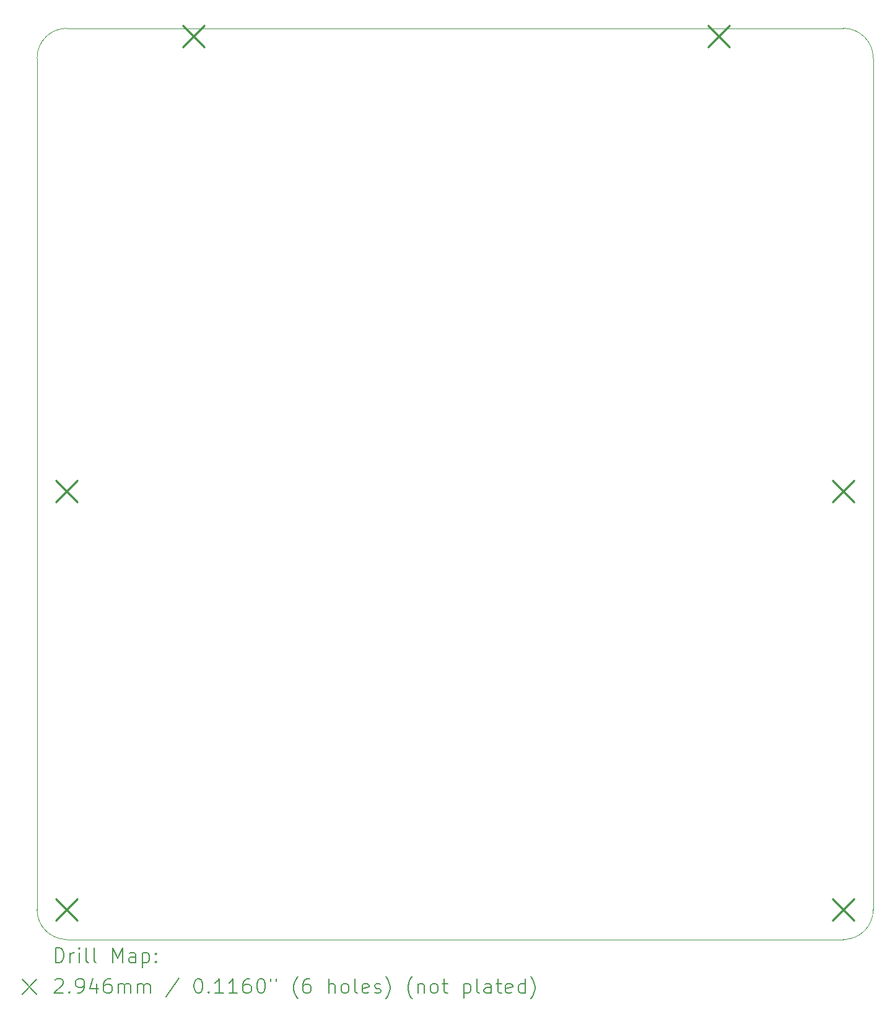
<source format=gbr>
%TF.GenerationSoftware,KiCad,Pcbnew,(6.0.8)*%
%TF.CreationDate,2022-10-20T17:14:07-05:00*%
%TF.ProjectId,2022Rev3,32303232-5265-4763-932e-6b696361645f,rev?*%
%TF.SameCoordinates,Original*%
%TF.FileFunction,Drillmap*%
%TF.FilePolarity,Positive*%
%FSLAX45Y45*%
G04 Gerber Fmt 4.5, Leading zero omitted, Abs format (unit mm)*
G04 Created by KiCad (PCBNEW (6.0.8)) date 2022-10-20 17:14:07*
%MOMM*%
%LPD*%
G01*
G04 APERTURE LIST*
%ADD10C,0.100000*%
%ADD11C,0.200000*%
%ADD12C,0.294640*%
G04 APERTURE END LIST*
D10*
X25552400Y-4572000D02*
G75*
G03*
X25146000Y-4165600I-406400J0D01*
G01*
X14122400Y-16205200D02*
G75*
G03*
X14528800Y-16611600I406400J0D01*
G01*
X14528800Y-4165600D02*
G75*
G03*
X14122400Y-4572000I0J-406400D01*
G01*
X14122400Y-4572000D02*
X14122400Y-16205200D01*
X14528800Y-16611600D02*
X25146000Y-16611600D01*
X25146000Y-16611600D02*
G75*
G03*
X25552400Y-16205200I0J406400D01*
G01*
X25552400Y-4572000D02*
X25552400Y-16205200D01*
X14528800Y-4165600D02*
X25146000Y-4165600D01*
D11*
D12*
X14381480Y-10342880D02*
X14676120Y-10637520D01*
X14676120Y-10342880D02*
X14381480Y-10637520D01*
X14381480Y-16057880D02*
X14676120Y-16352520D01*
X14676120Y-16057880D02*
X14381480Y-16352520D01*
X16114268Y-4125468D02*
X16408908Y-4420108D01*
X16408908Y-4125468D02*
X16114268Y-4420108D01*
X23291292Y-4125468D02*
X23585932Y-4420108D01*
X23585932Y-4125468D02*
X23291292Y-4420108D01*
X24998680Y-10342880D02*
X25293320Y-10637520D01*
X25293320Y-10342880D02*
X24998680Y-10637520D01*
X24998680Y-16057880D02*
X25293320Y-16352520D01*
X25293320Y-16057880D02*
X24998680Y-16352520D01*
D11*
X14375019Y-16927076D02*
X14375019Y-16727076D01*
X14422638Y-16727076D01*
X14451209Y-16736600D01*
X14470257Y-16755648D01*
X14479781Y-16774695D01*
X14489305Y-16812790D01*
X14489305Y-16841362D01*
X14479781Y-16879457D01*
X14470257Y-16898505D01*
X14451209Y-16917552D01*
X14422638Y-16927076D01*
X14375019Y-16927076D01*
X14575019Y-16927076D02*
X14575019Y-16793743D01*
X14575019Y-16831838D02*
X14584543Y-16812790D01*
X14594067Y-16803267D01*
X14613114Y-16793743D01*
X14632162Y-16793743D01*
X14698828Y-16927076D02*
X14698828Y-16793743D01*
X14698828Y-16727076D02*
X14689305Y-16736600D01*
X14698828Y-16746124D01*
X14708352Y-16736600D01*
X14698828Y-16727076D01*
X14698828Y-16746124D01*
X14822638Y-16927076D02*
X14803590Y-16917552D01*
X14794067Y-16898505D01*
X14794067Y-16727076D01*
X14927400Y-16927076D02*
X14908352Y-16917552D01*
X14898828Y-16898505D01*
X14898828Y-16727076D01*
X15155971Y-16927076D02*
X15155971Y-16727076D01*
X15222638Y-16869933D01*
X15289305Y-16727076D01*
X15289305Y-16927076D01*
X15470257Y-16927076D02*
X15470257Y-16822314D01*
X15460733Y-16803267D01*
X15441686Y-16793743D01*
X15403590Y-16793743D01*
X15384543Y-16803267D01*
X15470257Y-16917552D02*
X15451209Y-16927076D01*
X15403590Y-16927076D01*
X15384543Y-16917552D01*
X15375019Y-16898505D01*
X15375019Y-16879457D01*
X15384543Y-16860410D01*
X15403590Y-16850886D01*
X15451209Y-16850886D01*
X15470257Y-16841362D01*
X15565495Y-16793743D02*
X15565495Y-16993743D01*
X15565495Y-16803267D02*
X15584543Y-16793743D01*
X15622638Y-16793743D01*
X15641686Y-16803267D01*
X15651209Y-16812790D01*
X15660733Y-16831838D01*
X15660733Y-16888981D01*
X15651209Y-16908029D01*
X15641686Y-16917552D01*
X15622638Y-16927076D01*
X15584543Y-16927076D01*
X15565495Y-16917552D01*
X15746448Y-16908029D02*
X15755971Y-16917552D01*
X15746448Y-16927076D01*
X15736924Y-16917552D01*
X15746448Y-16908029D01*
X15746448Y-16927076D01*
X15746448Y-16803267D02*
X15755971Y-16812790D01*
X15746448Y-16822314D01*
X15736924Y-16812790D01*
X15746448Y-16803267D01*
X15746448Y-16822314D01*
X13917400Y-17156600D02*
X14117400Y-17356600D01*
X14117400Y-17156600D02*
X13917400Y-17356600D01*
X14365495Y-17166124D02*
X14375019Y-17156600D01*
X14394067Y-17147076D01*
X14441686Y-17147076D01*
X14460733Y-17156600D01*
X14470257Y-17166124D01*
X14479781Y-17185171D01*
X14479781Y-17204219D01*
X14470257Y-17232790D01*
X14355971Y-17347076D01*
X14479781Y-17347076D01*
X14565495Y-17328029D02*
X14575019Y-17337552D01*
X14565495Y-17347076D01*
X14555971Y-17337552D01*
X14565495Y-17328029D01*
X14565495Y-17347076D01*
X14670257Y-17347076D02*
X14708352Y-17347076D01*
X14727400Y-17337552D01*
X14736924Y-17328029D01*
X14755971Y-17299457D01*
X14765495Y-17261362D01*
X14765495Y-17185171D01*
X14755971Y-17166124D01*
X14746448Y-17156600D01*
X14727400Y-17147076D01*
X14689305Y-17147076D01*
X14670257Y-17156600D01*
X14660733Y-17166124D01*
X14651209Y-17185171D01*
X14651209Y-17232790D01*
X14660733Y-17251838D01*
X14670257Y-17261362D01*
X14689305Y-17270886D01*
X14727400Y-17270886D01*
X14746448Y-17261362D01*
X14755971Y-17251838D01*
X14765495Y-17232790D01*
X14936924Y-17213743D02*
X14936924Y-17347076D01*
X14889305Y-17137552D02*
X14841686Y-17280410D01*
X14965495Y-17280410D01*
X15127400Y-17147076D02*
X15089305Y-17147076D01*
X15070257Y-17156600D01*
X15060733Y-17166124D01*
X15041686Y-17194695D01*
X15032162Y-17232790D01*
X15032162Y-17308981D01*
X15041686Y-17328029D01*
X15051209Y-17337552D01*
X15070257Y-17347076D01*
X15108352Y-17347076D01*
X15127400Y-17337552D01*
X15136924Y-17328029D01*
X15146448Y-17308981D01*
X15146448Y-17261362D01*
X15136924Y-17242314D01*
X15127400Y-17232790D01*
X15108352Y-17223267D01*
X15070257Y-17223267D01*
X15051209Y-17232790D01*
X15041686Y-17242314D01*
X15032162Y-17261362D01*
X15232162Y-17347076D02*
X15232162Y-17213743D01*
X15232162Y-17232790D02*
X15241686Y-17223267D01*
X15260733Y-17213743D01*
X15289305Y-17213743D01*
X15308352Y-17223267D01*
X15317876Y-17242314D01*
X15317876Y-17347076D01*
X15317876Y-17242314D02*
X15327400Y-17223267D01*
X15346448Y-17213743D01*
X15375019Y-17213743D01*
X15394067Y-17223267D01*
X15403590Y-17242314D01*
X15403590Y-17347076D01*
X15498828Y-17347076D02*
X15498828Y-17213743D01*
X15498828Y-17232790D02*
X15508352Y-17223267D01*
X15527400Y-17213743D01*
X15555971Y-17213743D01*
X15575019Y-17223267D01*
X15584543Y-17242314D01*
X15584543Y-17347076D01*
X15584543Y-17242314D02*
X15594067Y-17223267D01*
X15613114Y-17213743D01*
X15641686Y-17213743D01*
X15660733Y-17223267D01*
X15670257Y-17242314D01*
X15670257Y-17347076D01*
X16060733Y-17137552D02*
X15889305Y-17394695D01*
X16317876Y-17147076D02*
X16336924Y-17147076D01*
X16355971Y-17156600D01*
X16365495Y-17166124D01*
X16375019Y-17185171D01*
X16384543Y-17223267D01*
X16384543Y-17270886D01*
X16375019Y-17308981D01*
X16365495Y-17328029D01*
X16355971Y-17337552D01*
X16336924Y-17347076D01*
X16317876Y-17347076D01*
X16298828Y-17337552D01*
X16289305Y-17328029D01*
X16279781Y-17308981D01*
X16270257Y-17270886D01*
X16270257Y-17223267D01*
X16279781Y-17185171D01*
X16289305Y-17166124D01*
X16298828Y-17156600D01*
X16317876Y-17147076D01*
X16470257Y-17328029D02*
X16479781Y-17337552D01*
X16470257Y-17347076D01*
X16460733Y-17337552D01*
X16470257Y-17328029D01*
X16470257Y-17347076D01*
X16670257Y-17347076D02*
X16555971Y-17347076D01*
X16613114Y-17347076D02*
X16613114Y-17147076D01*
X16594067Y-17175648D01*
X16575019Y-17194695D01*
X16555971Y-17204219D01*
X16860733Y-17347076D02*
X16746448Y-17347076D01*
X16803590Y-17347076D02*
X16803590Y-17147076D01*
X16784543Y-17175648D01*
X16765495Y-17194695D01*
X16746448Y-17204219D01*
X17032162Y-17147076D02*
X16994067Y-17147076D01*
X16975019Y-17156600D01*
X16965495Y-17166124D01*
X16946448Y-17194695D01*
X16936924Y-17232790D01*
X16936924Y-17308981D01*
X16946448Y-17328029D01*
X16955971Y-17337552D01*
X16975019Y-17347076D01*
X17013114Y-17347076D01*
X17032162Y-17337552D01*
X17041686Y-17328029D01*
X17051210Y-17308981D01*
X17051210Y-17261362D01*
X17041686Y-17242314D01*
X17032162Y-17232790D01*
X17013114Y-17223267D01*
X16975019Y-17223267D01*
X16955971Y-17232790D01*
X16946448Y-17242314D01*
X16936924Y-17261362D01*
X17175019Y-17147076D02*
X17194067Y-17147076D01*
X17213114Y-17156600D01*
X17222638Y-17166124D01*
X17232162Y-17185171D01*
X17241686Y-17223267D01*
X17241686Y-17270886D01*
X17232162Y-17308981D01*
X17222638Y-17328029D01*
X17213114Y-17337552D01*
X17194067Y-17347076D01*
X17175019Y-17347076D01*
X17155971Y-17337552D01*
X17146448Y-17328029D01*
X17136924Y-17308981D01*
X17127400Y-17270886D01*
X17127400Y-17223267D01*
X17136924Y-17185171D01*
X17146448Y-17166124D01*
X17155971Y-17156600D01*
X17175019Y-17147076D01*
X17317876Y-17147076D02*
X17317876Y-17185171D01*
X17394067Y-17147076D02*
X17394067Y-17185171D01*
X17689305Y-17423267D02*
X17679781Y-17413743D01*
X17660733Y-17385171D01*
X17651210Y-17366124D01*
X17641686Y-17337552D01*
X17632162Y-17289933D01*
X17632162Y-17251838D01*
X17641686Y-17204219D01*
X17651210Y-17175648D01*
X17660733Y-17156600D01*
X17679781Y-17128029D01*
X17689305Y-17118505D01*
X17851210Y-17147076D02*
X17813114Y-17147076D01*
X17794067Y-17156600D01*
X17784543Y-17166124D01*
X17765495Y-17194695D01*
X17755971Y-17232790D01*
X17755971Y-17308981D01*
X17765495Y-17328029D01*
X17775019Y-17337552D01*
X17794067Y-17347076D01*
X17832162Y-17347076D01*
X17851210Y-17337552D01*
X17860733Y-17328029D01*
X17870257Y-17308981D01*
X17870257Y-17261362D01*
X17860733Y-17242314D01*
X17851210Y-17232790D01*
X17832162Y-17223267D01*
X17794067Y-17223267D01*
X17775019Y-17232790D01*
X17765495Y-17242314D01*
X17755971Y-17261362D01*
X18108352Y-17347076D02*
X18108352Y-17147076D01*
X18194067Y-17347076D02*
X18194067Y-17242314D01*
X18184543Y-17223267D01*
X18165495Y-17213743D01*
X18136924Y-17213743D01*
X18117876Y-17223267D01*
X18108352Y-17232790D01*
X18317876Y-17347076D02*
X18298829Y-17337552D01*
X18289305Y-17328029D01*
X18279781Y-17308981D01*
X18279781Y-17251838D01*
X18289305Y-17232790D01*
X18298829Y-17223267D01*
X18317876Y-17213743D01*
X18346448Y-17213743D01*
X18365495Y-17223267D01*
X18375019Y-17232790D01*
X18384543Y-17251838D01*
X18384543Y-17308981D01*
X18375019Y-17328029D01*
X18365495Y-17337552D01*
X18346448Y-17347076D01*
X18317876Y-17347076D01*
X18498829Y-17347076D02*
X18479781Y-17337552D01*
X18470257Y-17318505D01*
X18470257Y-17147076D01*
X18651210Y-17337552D02*
X18632162Y-17347076D01*
X18594067Y-17347076D01*
X18575019Y-17337552D01*
X18565495Y-17318505D01*
X18565495Y-17242314D01*
X18575019Y-17223267D01*
X18594067Y-17213743D01*
X18632162Y-17213743D01*
X18651210Y-17223267D01*
X18660733Y-17242314D01*
X18660733Y-17261362D01*
X18565495Y-17280410D01*
X18736924Y-17337552D02*
X18755971Y-17347076D01*
X18794067Y-17347076D01*
X18813114Y-17337552D01*
X18822638Y-17318505D01*
X18822638Y-17308981D01*
X18813114Y-17289933D01*
X18794067Y-17280410D01*
X18765495Y-17280410D01*
X18746448Y-17270886D01*
X18736924Y-17251838D01*
X18736924Y-17242314D01*
X18746448Y-17223267D01*
X18765495Y-17213743D01*
X18794067Y-17213743D01*
X18813114Y-17223267D01*
X18889305Y-17423267D02*
X18898829Y-17413743D01*
X18917876Y-17385171D01*
X18927400Y-17366124D01*
X18936924Y-17337552D01*
X18946448Y-17289933D01*
X18946448Y-17251838D01*
X18936924Y-17204219D01*
X18927400Y-17175648D01*
X18917876Y-17156600D01*
X18898829Y-17128029D01*
X18889305Y-17118505D01*
X19251210Y-17423267D02*
X19241686Y-17413743D01*
X19222638Y-17385171D01*
X19213114Y-17366124D01*
X19203590Y-17337552D01*
X19194067Y-17289933D01*
X19194067Y-17251838D01*
X19203590Y-17204219D01*
X19213114Y-17175648D01*
X19222638Y-17156600D01*
X19241686Y-17128029D01*
X19251210Y-17118505D01*
X19327400Y-17213743D02*
X19327400Y-17347076D01*
X19327400Y-17232790D02*
X19336924Y-17223267D01*
X19355971Y-17213743D01*
X19384543Y-17213743D01*
X19403590Y-17223267D01*
X19413114Y-17242314D01*
X19413114Y-17347076D01*
X19536924Y-17347076D02*
X19517876Y-17337552D01*
X19508352Y-17328029D01*
X19498829Y-17308981D01*
X19498829Y-17251838D01*
X19508352Y-17232790D01*
X19517876Y-17223267D01*
X19536924Y-17213743D01*
X19565495Y-17213743D01*
X19584543Y-17223267D01*
X19594067Y-17232790D01*
X19603590Y-17251838D01*
X19603590Y-17308981D01*
X19594067Y-17328029D01*
X19584543Y-17337552D01*
X19565495Y-17347076D01*
X19536924Y-17347076D01*
X19660733Y-17213743D02*
X19736924Y-17213743D01*
X19689305Y-17147076D02*
X19689305Y-17318505D01*
X19698829Y-17337552D01*
X19717876Y-17347076D01*
X19736924Y-17347076D01*
X19955971Y-17213743D02*
X19955971Y-17413743D01*
X19955971Y-17223267D02*
X19975019Y-17213743D01*
X20013114Y-17213743D01*
X20032162Y-17223267D01*
X20041686Y-17232790D01*
X20051210Y-17251838D01*
X20051210Y-17308981D01*
X20041686Y-17328029D01*
X20032162Y-17337552D01*
X20013114Y-17347076D01*
X19975019Y-17347076D01*
X19955971Y-17337552D01*
X20165495Y-17347076D02*
X20146448Y-17337552D01*
X20136924Y-17318505D01*
X20136924Y-17147076D01*
X20327400Y-17347076D02*
X20327400Y-17242314D01*
X20317876Y-17223267D01*
X20298829Y-17213743D01*
X20260733Y-17213743D01*
X20241686Y-17223267D01*
X20327400Y-17337552D02*
X20308352Y-17347076D01*
X20260733Y-17347076D01*
X20241686Y-17337552D01*
X20232162Y-17318505D01*
X20232162Y-17299457D01*
X20241686Y-17280410D01*
X20260733Y-17270886D01*
X20308352Y-17270886D01*
X20327400Y-17261362D01*
X20394067Y-17213743D02*
X20470257Y-17213743D01*
X20422638Y-17147076D02*
X20422638Y-17318505D01*
X20432162Y-17337552D01*
X20451210Y-17347076D01*
X20470257Y-17347076D01*
X20613114Y-17337552D02*
X20594067Y-17347076D01*
X20555971Y-17347076D01*
X20536924Y-17337552D01*
X20527400Y-17318505D01*
X20527400Y-17242314D01*
X20536924Y-17223267D01*
X20555971Y-17213743D01*
X20594067Y-17213743D01*
X20613114Y-17223267D01*
X20622638Y-17242314D01*
X20622638Y-17261362D01*
X20527400Y-17280410D01*
X20794067Y-17347076D02*
X20794067Y-17147076D01*
X20794067Y-17337552D02*
X20775019Y-17347076D01*
X20736924Y-17347076D01*
X20717876Y-17337552D01*
X20708352Y-17328029D01*
X20698829Y-17308981D01*
X20698829Y-17251838D01*
X20708352Y-17232790D01*
X20717876Y-17223267D01*
X20736924Y-17213743D01*
X20775019Y-17213743D01*
X20794067Y-17223267D01*
X20870257Y-17423267D02*
X20879781Y-17413743D01*
X20898829Y-17385171D01*
X20908352Y-17366124D01*
X20917876Y-17337552D01*
X20927400Y-17289933D01*
X20927400Y-17251838D01*
X20917876Y-17204219D01*
X20908352Y-17175648D01*
X20898829Y-17156600D01*
X20879781Y-17128029D01*
X20870257Y-17118505D01*
M02*

</source>
